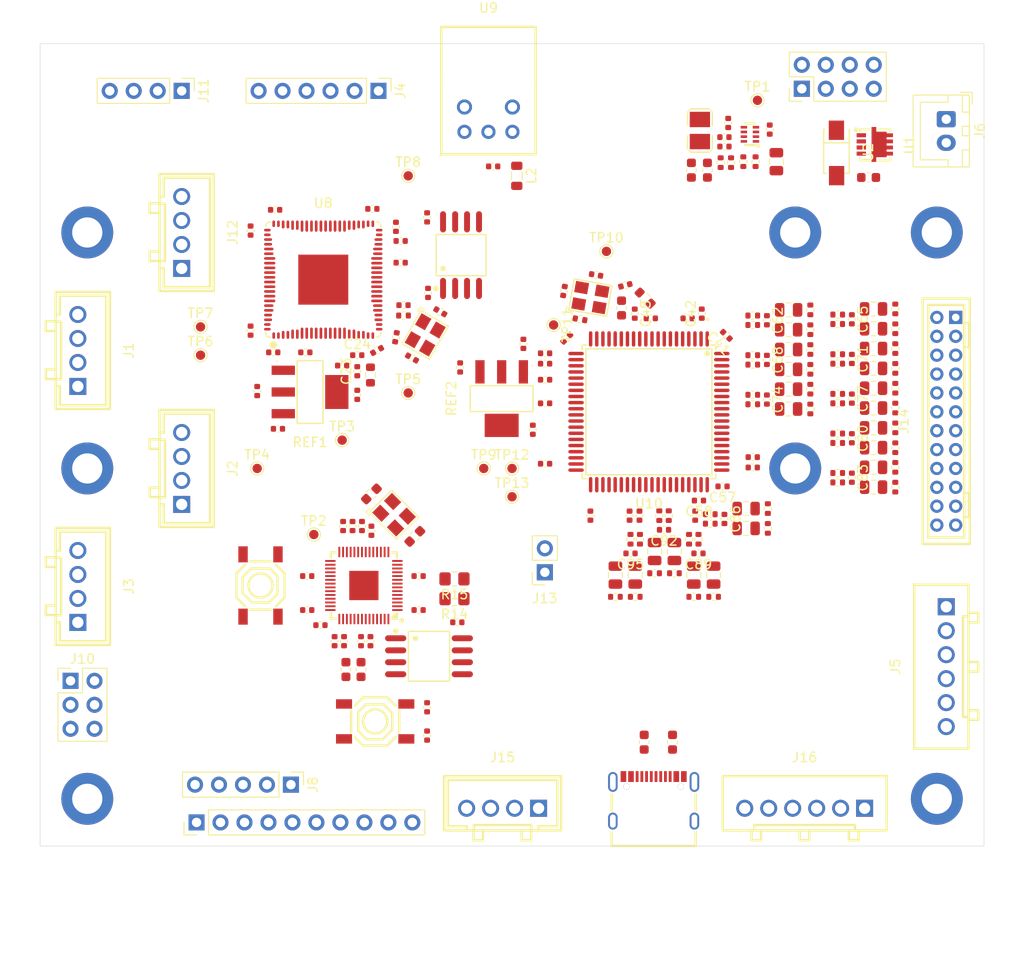
<source format=kicad_pcb>
(kicad_pcb (version 20240108) (generator "pcbnew") (generator_version "8.0")
  (layers (0 "F.Cu" signal) (1 "In1.Cu" signal) (2 "In2.Cu" signal) (31 "B.Cu" signal) (34 "B.Paste" user) (35 "F.Paste" user) (36 "B.SilkS" user "B.Silkscreen") (37 "F.SilkS" user "F.Silkscreen") (38 "B.Mask" user) (39 "F.Mask" user) (44 "Edge.Cuts" user))
  (net 0 "")
  (net 1 "+24V")
  (net 2 "GND")
  (net 3 "Net-(U3-SS)")
  (net 4 "Net-(U3-BST)")
  (net 5 "Net-(U3-SW)")
  (net 6 "Net-(U3-FB)")
  (net 7 "+3V3")
  (net 8 "Net-(U6-XIN)")
  (net 9 "Net-(C11-Pad2)")
  (net 10 "Net-(U6-VREG_VOUT)")
  (net 11 "+1V2")
  (net 12 "Net-(C23-Pad1)")
  (net 13 "Net-(U8-PLLFILT)")
  (net 14 "Net-(U8-XTALIN{slash}MCLK)")
  (net 15 "Net-(U9-VCC)")
  (net 16 "Net-(C26-Pad1)")
  (net 17 "/ADAU1962A/DAC_BIAS3")
  (net 18 "/ADAU1962A/DAC_BIAS4")
  (net 19 "/ADAU1962A/DAC3P")
  (net 20 "/ADAU1962A/XTALI")
  (net 21 "/ADAU1962A/DAC3N")
  (net 22 "Net-(C44-Pad1)")
  (net 23 "/ADAU1962A/DAC2P")
  (net 24 "/ADAU1962A/LF")
  (net 25 "Net-(C45-Pad1)")
  (net 26 "Net-(SW1-C)")
  (net 27 "+2V5")
  (net 28 "/ADAU1962A/TS_REF")
  (net 29 "Net-(SW1-A)")
  (net 30 "Net-(SW2-A)")
  (net 31 "/RP2040/RPUSB_D+")
  (net 32 "/RP2040/USB_D+")
  (net 33 "/RP2040/RPUSB_D-")
  (net 34 "/RP2040/USB_D-")
  (net 35 "/ADAU1962A/DAC_BIAS2")
  (net 36 "/ADAU1467/PCM9211_SDATA")
  (net 37 "/ADAU1467/PCM9211_LRCLK")
  (net 38 "/ADAU1962A/DAC_BIAS1")
  (net 39 "Net-(REF1-B)")
  (net 40 "/ADAU1962A/CM")
  (net 41 "Net-(C62-Pad2)")
  (net 42 "Net-(C62-Pad1)")
  (net 43 "/ADAU1962A/DAC_Filter/OUTPUTxP")
  (net 44 "/ADAU1962A/DAC_Filter/OUTPUTxN")
  (net 45 "Net-(C65-Pad1)")
  (net 46 "Net-(C65-Pad2)")
  (net 47 "/ADAU1962A/DAC_Filter1/OUTPUTxP")
  (net 48 "/ADAU1962A/DAC_Filter1/OUTPUTxN")
  (net 49 "Net-(C68-Pad1)")
  (net 50 "/ADAU1467/PCM9211_BLCK")
  (net 51 "Net-(C68-Pad2)")
  (net 52 "/ADAU1467/PCM1865_LRCLK")
  (net 53 "/ADAU1962A/DAC_Filter2/OUTPUTxP")
  (net 54 "/ADAU1962A/DAC_Filter2/OUTPUTxN")
  (net 55 "/RP2040/GPIO20_UART_TX")
  (net 56 "Net-(C71-Pad1)")
  (net 57 "Net-(C71-Pad2)")
  (net 58 "/ADAU1467/PCM1865_BLCK")
  (net 59 "/ADAU1467/PCM1865_SDATA")
  (net 60 "/ADAU1962A/DAC_Filter3/OUTPUTxP")
  (net 61 "/ADAU1467/ADDITIONAL_LRCLK")
  (net 62 "/ADAU1962A/DAC_Filter3/OUTPUTxN")
  (net 63 "/ADAU1467/ADDITIONAL_BLCK")
  (net 64 "/ADAU1467/ADDITIONAL_SDATA")
  (net 65 "Net-(C74-Pad1)")
  (net 66 "Net-(C74-Pad2)")
  (net 67 "/ADAU1962A/DAC_Filter4/OUTPUTxP")
  (net 68 "/RP2040/GPIO21_UART_RX")
  (net 69 "/ADAU1467/DAC_DATA1")
  (net 70 "/ADAU1962A/DAC2N")
  (net 71 "/ADAU1962A/DAC1P")
  (net 72 "/ADAU1962A/DAC_Filter4/OUTPUTxN")
  (net 73 "Net-(C77-Pad2)")
  (net 74 "Net-(C77-Pad1)")
  (net 75 "/ADAU1962A/DAC_Filter5/OUTPUTxP")
  (net 76 "/ADAU1962A/DAC_Filter5/OUTPUTxN")
  (net 77 "Net-(C80-Pad2)")
  (net 78 "/ADAU1467/DAC_LRCLK")
  (net 79 "Net-(C80-Pad1)")
  (net 80 "/ADAU1467/DAC_DATA2")
  (net 81 "/ADAU1467/DAC_DATA0")
  (net 82 "/ADAU1962A/DAC_Filter6/OUTPUTxP")
  (net 83 "/ADAU1962A/DAC_Filter6/OUTPUTxN")
  (net 84 "/ADAU1962A/DAC1N")
  (net 85 "/ADAU1467/DAC_BLCK")
  (net 86 "/ADAU1467/AUXADC1")
  (net 87 "Net-(C83-Pad2)")
  (net 88 "Net-(C83-Pad1)")
  (net 89 "/ADAU1962A/DAC_Filter7/OUTPUTxP")
  (net 90 "/ADAU1467/AUXADC0")
  (net 91 "/ADAU1962A/DAC_Filter7/OUTPUTxN")
  (net 92 "Net-(C86-Pad1)")
  (net 93 "Net-(J8-Pin_3)")
  (net 94 "/ADAU1962A_RESET")
  (net 95 "/PCM9211_RST")
  (net 96 "Net-(C86-Pad2)")
  (net 97 "/ADAU1962A/DAC_Filter8/OUTPUTxP")
  (net 98 "/ADAU1962A/DAC_Filter8/OUTPUTxN")
  (net 99 "Net-(C89-Pad1)")
  (net 100 "/SCL")
  (net 101 "/SDA")
  (net 102 "Net-(C89-Pad2)")
  (net 103 "Net-(J6-Pin_2)")
  (net 104 "Net-(J9-Pin_1)")
  (net 105 "/FAULTZA")
  (net 106 "/SDZA")
  (net 107 "/SDZB")
  (net 108 "Net-(J9-Pin_7)")
  (net 109 "Net-(C92-Pad1)")
  (net 110 "/MUTEA")
  (net 111 "Net-(C92-Pad2)")
  (net 112 "/MUTEB")
  (net 113 "/FAULTZB")
  (net 114 "Net-(J9-Pin_6)")
  (net 116 "/ADAU1467/SPI_SS")
  (net 117 "Net-(C95-Pad1)")
  (net 118 "/ADAU1467_RESET")
  (net 119 "/ADAU1467/SPI_MOSI")
  (net 120 "Net-(C95-Pad2)")
  (net 121 "/ADAU1467/SPI_MISO")
  (net 123 "Net-(J9-Pin_2)")
  (net 124 "Net-(J9-Pin_5)")
  (net 125 "Net-(J9-Pin_3)")
  (net 126 "/ADAU1467/SPI_SCLK")
  (net 127 "Net-(J9-Pin_8)")
  (net 128 "Net-(J8-Pin_2)")
  (net 129 "Net-(J9-Pin_4)")
  (net 130 "Net-(U3-RT)")
  (net 131 "Net-(U1-G)")
  (net 132 "/ADAU1467/ADDR1")
  (net 133 "Net-(U4-CC2)")
  (net 134 "Net-(U4-CC1)")
  (net 135 "Net-(U6-XOUT)")
  (net 136 "Net-(U8-XTALOUT)")
  (net 137 "Net-(U8-SELFBOOT)")
  (net 138 "Net-(U3-EN)")
  (net 139 "Net-(R3-Pad2)")
  (net 140 "Net-(U8-AUXADC2)")
  (net 141 "Net-(U8-CLKOUT)")
  (net 142 "Net-(U8-THD_P)")
  (net 143 "Net-(U8-THD_M)")
  (net 144 "Net-(U10-MCLKO)")
  (net 145 "/ADAU1962A/VDRIVE")
  (net 146 "/ADAU1962A/XTALO")
  (net 147 "/ADAU1467/ADDR0")
  (net 148 "/ADAU1962A/DAC_Filter/DACxP")
  (net 149 "/ADAU1962A/DAC_Filter/DACxN")
  (net 150 "/ADAU1962A/DAC_Filter1/DACxP")
  (net 151 "/ADAU1962A/DAC_Filter1/DACxN")
  (net 152 "/ADAU1962A/DAC_Filter2/DACxP")
  (net 153 "/ADAU1962A/DAC_Filter2/DACxN")
  (net 154 "/ADAU1962A/DAC_Filter3/DACxP")
  (net 155 "/ADAU1962A/DAC_Filter3/DACxN")
  (net 156 "/ADAU1962A/DAC_Filter4/DACxP")
  (net 157 "/ADAU1962A/DAC_Filter4/DACxN")
  (net 158 "/ADAU1962A/DAC_Filter5/DACxP")
  (net 159 "/ADAU1962A/DAC_Filter5/DACxN")
  (net 160 "/ADAU1962A/DAC_Filter6/DACxP")
  (net 161 "/ADAU1962A/DAC_Filter6/DACxN")
  (net 162 "/ADAU1962A/DAC_Filter7/DACxP")
  (net 163 "/ADAU1962A/DAC_Filter7/DACxN")
  (net 164 "/ADAU1962A/DAC_Filter8/DACxP")
  (net 165 "/ADAU1962A/DAC_Filter8/DACxN")
  (net 166 "/ADAU1962A/DAC_Filter9/DACxP")
  (net 167 "/ADAU1962A/DAC_Filter9/DACxN")
  (net 168 "/ADAU1962A/DAC_Filter10/DACxP")
  (net 169 "/ADAU1962A/DAC_Filter10/DACxN")
  (net 170 "/ADAU1962A/DAC_Filter11/DACxP")
  (net 171 "/ADAU1962A/DAC_Filter11/DACxN")
  (net 172 "/ADAU1467/SPDIFIN")
  (net 173 "Net-(U10-SA1)")
  (net 174 "Net-(U10-SA2)")
  (net 179 "Net-(U5-IO3)")
  (net 180 "Net-(U5-IO2)")
  (net 181 "Net-(U5-DO(IO1))")
  (net 182 "Net-(U5-DI(IO0))")
  (net 183 "Net-(U5-CLK)")
  (net 197 "Net-(J12-Pin_2)")
  (net 200 "Net-(J11-Pin_3)")
  (net 203 "Net-(J11-Pin_1)")
  (net 205 "Net-(J11-Pin_4)")
  (net 211 "Net-(J12-Pin_4)")
  (net 215 "Net-(J11-Pin_2)")
  (net 222 "Net-(J12-Pin_3)")
  (net 224 "/ADAU1962A/ADDR1")
  (net 239 "/ADAU1962A/ADDR0")
  (footprint "Endstufe:C_0402_1005Metric" (layer "F.Cu") (at 92.3 100.4 90)
    (property "Reference" "C30" (hide yes))
    (property "Value" "10uF")
  )
  (footprint "Endstufe:C_0402_1005Metric" (layer "F.Cu") (at 92.3 89.8 -90)
    (property "Reference" "C38" (hide yes))
    (property "Value" "10uF")
  )
  (footprint "Endstufe:C_0402_1005Metric" (layer "F.Cu") (at 123.5 102.8)
    (property "Reference" "C52" (hide yes))
    (property "Value" "10uF")
  )
  (footprint "Endstufe:C_0805_2012Metric" (layer "F.Cu") (at 133.050001 126.3 90)
    (property "Reference" "C97" (hide yes))
    (property "Value" "10uF")
  )
  (footprint "Endstufe:C_0402_1005Metric" (layer "F.Cu") (at 104 133.3 90)
    (property "Reference" "C14" (hide yes))
    (property "Value" "10uF")
  )
  (footprint "Endstufe:C_0603_1608Metric" (layer "F.Cu") (at 105.1 117.7 -135)
    (property "Reference" "C11" (hide yes))
    (property "Value" "30pF")
  )
  (footprint "Endstufe:R_0402_1005Metric" (layer "F.Cu") (at 154.5 116.48)
    (property "Reference" "R54" (hide yes))
    (property "Value" "237")
  )
  (footprint "Endstufe:C_0402_1005Metric" (layer "F.Cu") (at 139.4 120 90)
    (property "Reference" "C47" (hide yes))
    (property "Value" "10uF")
  )
  (footprint "Capacitor_SMD:C_0402_1005Metric" (layer "F.Cu") (at 132.550001 124 180)
    (property "Reference" "C95")
    (property "Value" "2.7nF")
  )
  (footprint "Endstufe:C_0402_1005Metric" (layer "F.Cu") (at 133.5 120 90)
    (property "Reference" "C60" (hide yes))
    (property "Value" "10uF")
  )
  (footprint "Endstufe:CONN-TH_ZPLR135-T8" (layer "F.Cu") (at 117.5 78.02502)
    (property "Reference" "U9")
    (property "Value" "ZPLR135_T8")
  )
  (footprint "Endstufe:CONN-TH_B4B-XH-2-LF-SN" (layer "F.Cu") (at 85 115 -90)
    (property "Reference" "J2")
    (property "Value" "B4B-XH-2_(LF)(SN)")
  )
  (footprint "Endstufe:C_0805_2012Metric" (layer "F.Cu") (at 158.3 112.799999)
    (property "Reference" "C81" (hide yes))
    (property "Value" "10uF")
  )
  (footprint "Capacitor_SMD:C_0402_1005Metric" (layer "F.Cu") (at 103.6 103)
    (property "Reference" "C24")
    (property "Value" "150pF")
  )
  (footprint "Capacitor_SMD:C_0402_1005Metric" (layer "F.Cu") (at 136.099999 121.5 180)
    (property "Reference" "C92")
    (property "Value" "2.7nF")
  )
  (footprint "Endstufe:MountingHole_3.2mm_M3_ISO14580_Pad" (layer "F.Cu") (at 150 115)
    (property "Reference" "H4" (hide yes))
    (property "Value" "MountingHole_Pad")
  )
  (footprint "Endstufe:C_0402_1005Metric" (layer "F.Cu") (at 111 88.4 -90)
    (property "Reference" "C22" (hide yes))
    (property "Value" "10uF")
  )
  (footprint "Endstufe:R_0402_1005Metric" (layer "F.Cu") (at 151.6 104.5 90)
    (property "Reference" "R36" (hide yes))
    (property "Value" "49.9k")
  )
  (footprint "Capacitor_SMD:C_0402_1005Metric" (layer "F.Cu") (at 156 115.98 -90)
    (property "Reference" "C83")
    (property "Value" "2.7nF")
  )
  (footprint "Endstufe:R_0402_1005Metric" (layer "F.Cu") (at 141 119.850001)
    (property "Reference" "R59" (hide yes))
    (property "Value" "237")
  )
  (footprint "Endstufe:C_0402_1005Metric" (layer "F.Cu") (at 112.4 98.4 -30)
    (property "Reference" "C26" (hide yes))
    (property "Value" "30pF")
  )
  (footprint "Endstufe:C_0805_2012Metric" (layer "F.Cu") (at 149.3 104.5)
    (property "Reference" "C69" (hide yes))
    (property "Value" "10uF")
  )
  (footprint "Endstufe:C_0805_2012Metric" (layer "F.Cu") (at 158.3 114.879999 180)
    (property "Reference" "C85" (hide yes))
    (property "Value" "10uF")
  )
  (footprint "Endstufe:MountingHole_3.2mm_M3_ISO14580_Pad" (layer "F.Cu") (at 75 150)
    (property "Reference" "H7" (hide yes))
    (property "Value" "MountingHole_Pad")
  )
  (footprint "Endstufe:C_0402_1005Metric" (layer "F.Cu") (at 98.3 130)
    (property "Reference" "C20" (hide yes))
    (property "Value" "10uF")
  )
  (footprint "Endstufe:SOT-583-8_L2.1-W1.2-P0.50-LS1.6-BR" (layer "F.Cu") (at 145.2 79.6)
    (property "Reference" "U3" (hide yes))
    (property "Value" "TPS62933")
  )
  (footprint "Endstufe:C_0402_1005Metric" (layer "F.Cu") (at 98.3 126.4)
    (property "Reference" "C13" (hide yes))
    (property "Value" "10uF")
  )
  (footprint "TestPoint:TestPoint_Pad_D1.0mm" (layer "F.Cu") (at 120 118)
    (property "Reference" "TP13")
    (property "Value" "TestPoint")
  )
  (footprint "Endstufe:C_0402_1005Metric" (layer "F.Cu") (at 118 83)
    (property "Reference" "C35" (hide yes))
    (property "Value" "100nF")
  )
  (footprint "Endstufe:C_0402_1005Metric" (layer "F.Cu") (at 142.5 79.9 180)
    (property "Reference" "C3" (hide yes))
    (property "Value" "33nF")
  )
  (footprint "Endstufe:C_0805_2012Metric" (layer "F.Cu") (at 144.8 121.35)
    (property "Reference" "C87" (hide yes))
    (property "Value" "10uF")
  )
  (footprint "Endstufe:C_0402_1005Metric" (layer "F.Cu") (at 128.9 94.5 -10)
    (property "Reference" "C43" (hide yes))
    (property "Value" "30pF")
  )
  (footprint "Capacitor_SMD:C_0402_1005Metric" (layer "F.Cu") (at 133 98.6 -90)
    (property "Reference" "C45")
    (property "Value" "5.6nF")
  )
  (footprint "Endstufe:R_0402_1005Metric" (layer "F.Cu") (at 160.6 104.4 90)
    (property "Reference" "R40" (hide yes))
    (property "Value" "49.9k")
  )
  (footprint "Endstufe:R_0402_1005Metric" (layer "F.Cu") (at 154.5 99.7)
    (property "Reference" "R30" (hide yes))
    (property "Value" "237")
  )
  (footprint "Endstufe:R_0402_1005Metric" (layer "F.Cu") (at 160.6 108.6 90)
    (property "Reference" "R48" (hide yes))
    (property "Value" "49.9k")
  )
  (footprint "Endstufe:C_0402_1005Metric" (layer "F.Cu") (at 107.7 101.1 80)
    (property "Reference" "C34" (hide yes))
    (property "Value" "10uF")
  )
  (footprint "Endstufe:C_0402_1005Metric" (layer "F.Cu") (at 102.2 133.3 90)
    (property "Reference" "C19" (hide yes))
    (property "Value" "10uF")
  )
  (footprint "Endstufe:C_0402_1005Metric" (layer "F.Cu") (at 108.2 90.9 180)
    (property "Reference" "R21" (hide yes))
    (property "Value" "10k")
  )
  (footprint "Endstufe:C_0805_2012Metric" (layer "F.Cu") (at 149.3 108.7)
    (property "Reference" "C75" (hide yes))
    (property "Value" "10uF")
  )
  (footprint "Endstufe:C_0402_1005Metric" (layer "F.Cu") (at 105.2 87.5 180)
    (property "Reference" "C27" (hide yes))
    (property "Value" "10uF")
  )
  (footprint "Endstufe:R_0402_1005Metric" (layer "F.Cu") (at 151.6 100.3 90)
    (property "Reference" "R28" (hide yes))
    (property "Value" "49.9k")
  )
  (footprint "Endstufe:C_0603_1608Metric" (layer "F.Cu") (at 134 144 -90)
    (property "Reference" "R8" (hide yes))
    (property "Value" "5.1k")
  )
  (footprint "Endstufe:C_0402_1005Metric" (layer "F.Cu") (at 102 104.1)
    (property "Reference" "C29" (hide yes))
    (property "Value" "10uF")
  )
  (footprint "Capacitor_SMD:C_0402_1005Metric" (layer "F.Cu") (at 142.5 120.350001 -90)
    (property "Reference" "C86")
    (property "Value" "2.7nF")
  )
  (footprint "Endstufe:USB-C-SMD_TYPE-C16PIN" (layer "F.Cu") (at 135 150)
    (property "Reference" "U4" (hide yes))
    (property "Value" "TYPE-C 16PFS 2JCB1.2-H6.5 IPX8")
  )
  (footprint "Endstufe:R_0402_1005Metric" (layer "F.Cu") (at 154.5 111.3)
    (property "Reference" "R51" (hide yes))
    (property "Value" "237")
  )
  (footprint "Endstufe:C_0402_1005Metric" (layer "F.Cu") (at 108.5 97.7 180)
    (property "Reference" "R20" (hide yes))
    (property "Value" "10k")
  )
  (footprint "Endstufe:C_0805_2012Metric" (layer "F.Cu") (at 139.25 126.3 -90)
    (property "Reference" "C90" (hide yes))
    (property "Value" "10uF")
  )
  (footprint "Endstufe:R_0402_1005Metric" (layer "F.Cu") (at 145.5 104.000001)
    (property "Reference" "R34" (hide yes))
    (property "Value" "237")
  )
  (footprint "Endstufe:R_0402_1005Metric" (layer "F.Cu") (at 135.599999 120 -90)
    (property "Reference" "R66" (hide yes))
    (property "Value" "237")
  )
  (footprint "Endstufe:C_0603_1608Metric" (layer "F.Cu") (at 104 136.3 -90)
    (property "Reference" "R11" (hide yes))
    (property "Value" "27")
  )
  (footprint "Endstufe:LFCSP-88_L12.0-W12.0-P0.50-BL-EP5.3" (layer "F.Cu") (at 100 95)
    (property "Reference" "U8")
    (property "Value" "ADAU1467WBCPZ300")
  )
  (footprint "Endstufe:R_0402_1005Metric" (layer "F.Cu") (at 145.5 103.000001)
    (property "Reference" "R35" (hide yes))
    (property "Value" "237")
  )
  (footprint "Endstufe:R_0402_1005Metric" (layer "F.Cu") (at 160.6 110.699999 -90)
    (property "Reference" "R53" (hide yes))
    (property "Value" "49.9k")
  )
  (footprint "Endstufe:CONN-TH_24P-P2.00_B24B-PHDSS" (layer "F.Cu") (at 166 110 90)
    (property "Reference" "J14")
    (property "Value" "DAC all outputs")
  )
  (footprint "TestPoint:TestPoint_Pad_D1.0mm" (layer "F.Cu") (at 130 92)
    (property "Reference" "TP10")
    (property "Value" "TestPoint")
  )
  (footprint "Endstufe:C_0402_1005Metric" (layer "F.Cu") (at 94.7 102.7)
    (property "Reference" "C28" (hide yes))
    (property "Value" "10uF")
  )
  (footprint "Endstufe:R_0402_1005Metric" (layer "F.Cu") (at 147.1 121.35 90)
    (property "Reference" "R60" (hide yes))
    (property "Value" "49.9k")
  )
  (footprint "Endstufe:R_0402_1005Metric" (layer "F.Cu") (at 145.5 108.200001)
    (property "Reference" "R42" (hide yes))
    (property "Value" "237")
  )
  (footprint "Endstufe:CONN-TH_B6B-XH-2-LF-SN" (layer "F.Cu") (at 151 151)
    (property "Reference" "J16")
    (property "Value" "B6B-XH-2(LF)(SN)")
  )
  (footprint "Endstufe:C_0402_1005Metric" (layer "F.Cu") (at 105.1 121.6 -90)
    (property "Reference" "R13" (hide yes))
    (property "Value" "1k")
  )
  (footprint "Endstufe:R_0402_1005Metric" (layer "F.Cu") (at 154.5 103.9)
    (property "Reference" "R38" (hide yes))
    (property "Value" "237")
  )
  (footprint "Endstufe:SOT-223-4_L6.5-W3.5-P2.30-LS7.0-BR" (layer "F.Cu") (at 118.9 107.6 90)
    (property "Reference" "REF2")
    (property "Value" "FZT792ATA")
  )
  (footprint "Endstufe:C_0402_1005Metric" (layer "F.Cu") (at 102.1 121.1 90)
    (property "Reference" "R10" (hide yes))
    (property "Value" "10k")
  )
  (footprint "Endstufe:C_0402_1005Metric" (layer "F.Cu") (at 128.3 120 90)
    (property "Reference" "C56" (hide yes))
    (property "Value" "10uF")
  )
  (footprint "Endstufe:R_0402_1005Metric" (layer "F.Cu") (at 141.35 128.6 180)
    (property "Reference" "R65" (hide yes))
    (property "Value" "49.9k")
  )
  (footprint "Endstufe:C_0805_2012Metric" (layer "F.Cu") (at 149.3 102.4 180)
    (property "Reference" "C70" (hide yes))
    (property "Value" "10uF")
  )
  (footprint "Endstufe:C_0402_1005Metric" (layer "F.Cu") (at 125.5 96.2 80)
    (property "Reference" "C44" (hide yes))
    (property "Value" "30pF")
  )
  (footprint "TestPoint:TestPoint_Pad_D1.0mm" (layer "F.Cu") (at 102 112)
    (property "Reference" "TP3")
    (property "Value" "TestPoint")
  )
  (footprint "Endstufe:R_0402_1005Metric" (layer "F.Cu") (at 154.5 112.3)
    (property "Reference" "R50" (hide yes))
    (property "Value" "237")
  )
  (footprint "Capacitor_SMD:C_0402_1005Metric" (layer "F.Cu") (at 147 99.300001 -90)
    (property "Reference" "C62")
    (property "Value" "2.7nF")
  )
  (footprint "Endstufe:R_0402_1005Metric" (layer "F.Cu") (at 160.6 114.879999 -90)
    (property "Reference" "R57" (hide yes))
    (property "Value" "49.9k")
  )
  (footprint "Endstufe:C_0402_1005Metric" (layer "F.Cu") (at 114.2 131.3)
    (property "Reference" "C8" (hide yes))
    (property "Value" "10uF")
  )
  (footprint "Endstufe:R_0402_1005Metric" (layer "F.Cu") (at 132.55 122.5 -90)
    (property "Reference" "R70" (hide yes))
    (property "Value" "237")
  )
  (footprint "Endstufe:R_0402_1005Metric" (layer "F.Cu") (at 135.1 126.1)
    (property "Reference" "R68" (hide yes))
    (property "Value" "49.9k")
  )
  (footprint "Endstufe:CONN-TH_B4B-XH-2-LF-SN" (layer "F.Cu") (at 119 151)
    (property "Reference" "J15")
    (property "Value" "B4B-XH-2_(LF)(SN)")
  )
  (footprint "Endstufe:C_0805_2012Metric" (layer "F.Cu") (at 137.2 123.8 90)
    (property "Reference" "C94" (hide yes))
    (property "Value" "10uF")
  )
  (footprint "Endstufe:C_0402_1005Metric" (layer "F.Cu") (at 101.2 133.3 90)
    (property "Reference" "C21" (hide yes))
    (property "Value" "10uF")
  )
  (footprint "Endstufe:C_0402_1005Metric" (layer "F.Cu") (at 147.3 79.1 90)
    (property "Reference" "C2" (hide yes))
    (property "Value" "100nF")
  )
  (footprint "TestPoint:TestPoint_Pad_D1.0mm" (layer "F.Cu") (at 87 103)
    (property "Reference" "TP6")
    (property "Value" "TestPoint")
  )
  (footprint "TestPoint:TestPoint_Pad_D1.0mm" (layer "F.Cu") (at 109 107)
    (property "Reference" "TP5")
    (property "Value" "TestPoint")
  )
  (footprint "Capacitor_SMD:C_0402_1005Metric" (layer "F.Cu") (at 156 99.2 -90)
    (property "Reference" "C65")
    (property "Value" "2.7nF")
  )
  (footprint "Endstufe:MountingHole_3.2mm_M3_ISO14580_Pad" (layer "F.Cu") (at 165 150)
    (property "Reference" "H8" (hide yes))
    (property "Value" "MountingHole_Pad")
  )
  (footprint "Endstufe:R_0402_1005Metric" (layer "F.Cu") (at 130.950001 128.6)
    (property "Reference" "R72" (hide yes))
    (property "Value" "49.9k")
  )
  (footprint "Endstufe:C_0402_1005Metric" (layer "F.Cu") (at 142.9 78.4 90)
    (property "Reference" "C4" (hide yes))
    (property "Value" "100nF")
  )
  (footprint "Endstufe:C_0603_1608Metric" (layer "F.Cu") (at 109.7 122.2 45)
    (property "Reference" "C10" (hide yes))
    (property "Value" "30pF")
  )
  (footprint "Endstufe:R_0402_1005Metric" (layer "F.Cu") (at 145.5 99.800001)
    (property "Reference" "R26" (hide yes))
    (property "Value" "237")
  )
  (footprint "Capacitor_SMD:C_0402_1005Metric" (layer "F.Cu") (at 147 103.500001 -90)
    (property "Reference" "C68")
    (property "Value" "2.7nF")
  )
  (footprint "Endstufe:C_0805_2012Metric" (layer "F.Cu") (at 149.3 100.3)
    (property "Reference" "C63" (hide yes))
    (property "Value" "10uF")
  )
  (footprint "Endstufe:C_0402_1005Metric" (layer "F.Cu") (at 105.7 102.5 30)
    (property "Reference" "C33" (hide yes))
    (property "Value" "10uF")
  )
  (footprint "Endstufe:C_0402_1005Metric" (layer "F.Cu") (at 110.1 126.4 180)
    (property "Reference" "C16" (hide yes))
    (property "Value" "10uF")
  )
  (footprint "Endstufe:C_0805_2012Metric" (layer "F.Cu") (at 130.950001 126.3 -90)
    (property "Reference" "C96" (hide yes))
    (property "Value" "10uF")
  )
  (footprint "Endstufe:R_0402_1005Metric" (layer "F.Cu") (at 142.1 82.6 -90)
    (property "Reference" "R3" (hide yes))
    (property "Value" "30k 63mW")
  )
  (footprint "Endstufe:SW-SMD_4P-L5.1-W5.1-P3.70-LS6.5-TL-2" (layer "F.Cu") (at 105.5 141.8)
    (property "Reference" "SW1" (hide yes))
    (property "Value" "TS-1187A-B-A-B")
  )
  (footprint "Endstufe:OSC-SMD_4P-L3.2-W2.5-BL" (layer "F.Cu") (at 128.3 96.9 -10)
    (property "Reference" "Y3" (hide yes))
    (property "Value" "24.576Mhz")
  )
  (footprint "Endstufe:C_0402_1005Metric" (layer "F.Cu") (at 111 140.3 90)
    (property "Reference" "R9" (hide yes))
    (property "Value" "10k")
  )
  (footprint "Endstufe:R_0402_1005Metric" (layer "F.Cu") (at 154.5 115.48)
    (property "Reference" "R55" (hide yes))
    (property "Value" "237")
  )
  (footprint "Endstufe:OSC-SMD_4P-L3.2-W2.5-BL" (layer "F.Cu") (at 107.5 119.9 -45)
    (property "Reference" "Y1" (hide yes))
    (property "Value" "12Mhz")
  )
  (footprint "Endstufe:C_0402_1005Metric" (layer "F.Cu") (at 123.5 105.6)
    (property "Reference" "C55" (hide yes))
    (property "Value" "10uF")
  )
  (footprint "Endstufe:CONN-TH_B4B-XH-2-LF-SN" (layer "F.Cu") (at 74 102.5 -90)
    (property "Reference" "J1")
    (property "Value" "B4B-XH-2_(LF)(SN)")
  )
  (footprint "Endstufe:R_0402_1005Metric" (layer "F.Cu") (at 141 120.850001)
    (property "Reference" "R58" (hide yes))
    (property "Value" "237")
  )
  (footprint "Endstufe:C_0805_2012Metric" (layer "F.Cu") (at 158.3 106.5 180)
    (property "Reference" "C79" (hide yes))
    (property "Value" "10uF")
  )
  (footprint "Endstufe:C_0805_2012Metric" (layer "F.Cu") (at 158.3 98.099999 180)
    (property "Reference" "C67" (hide yes))
    (property "Value" "10uF")
  )
  (footprint "Endstufe:R_0402_1005Metric" (layer "F.Cu") (at 143.2 82.6 90)
    (property "Reference" "R4" (hide yes))
    (property "Value" "1.3k")
  )
  (footprint "Endstufe:C_0805_2012Metric" (layer "F.Cu") (at 144.8 119.25 180)
    (property "Reference" "C88" (hide yes))
    (property "Value" "10uF")
  )
  (footprint "Endstufe:C_0402_1005Metric" (layer "F.Cu") (at 93 106.8 90)
    (property "Reference" "R17" (hide yes))
    (property "Value" "1k")
  )
  (footprint "TestPoint:TestPoint_Pad_D1.0mm" (layer "F.Cu") (at 124.4 99.8 -90)
    (property "Reference" "TP11")
    (property "Value" "TestPoint")
  )
  (footprint "Capacitor_SMD:C_0402_1005Metric" (layer "F.Cu") (at 140.1 98.6 90)
    (property "Reference" "C42")
    (property "Value" "470nF")
  )
  (footprint "Endstufe:PinHeader_2x04_P2.54mm_Vertical" (layer "F.Cu") (at 150.7 74.775 90)
    (property "Reference" "J7" (hide yes))
    (property "Value" "DNP")
  )
  (footprint "Endstufe:R_0402_1005Metric" (layer "F.Cu") (at 160.6 112.799999 90)
    (property "Reference" "R52" (hide yes))
    (property "Value" "49.9k")
  )
  (footprint "Endstufe:C_0805_2012Metric" (layer "F.Cu") (at 158.3 104.4)
    (property "Reference" "C72" (hide yes))
    (property "Value" "10uF")
  )
  (footprint "Endstufe:CONN-TH_B4B-XH-2-LF-SN" (layer "F.Cu") (at 74 127.5 -90)
    (property "Reference" "J3")
    (property "Value" "B4B-XH-2_(LF)(SN)")
  )
  (footprint "Endstufe:C_0402_1005Metric" (layer "F.Cu") (at 125.8 101.2 45)
    (property "Reference" "C51" (hide yes))
    (property "Value" "10uF")
  )
  (footprint "Endstufe:POWERPAK-1212-8_L3.1-W3.1-P0.65-LS3.3-BL-SIS402DN-T1-GE3" (layer "F.Cu") (at 158.485928 80.674854 -90)
    (property "Reference" "U1")
    (property "Value" "NVTFWS014P04M8LTAG")
  )
  (footprint "Endstufe:C_0603_1608Metric" (layer "F.Cu") (at 140.7 83.4 -90)
    (property "Reference" "C7" (hide yes))
    (property "Value" "22uF")
  )
  (footprint "Endstufe:MountingHole_3.2mm_M3_ISO14580_Pad" (layer "F.Cu") (at 150 90)
    (property "Reference" "H2" (hide yes))
    (property "Value" "MountingHole_Pad")
  )
  (footprint "Endstufe:MountingHole_3.2mm_M3_ISO14580_Pad" (layer "F.Cu") (at 75 115)
    (property "Reference" "H3" (hide yes))
    (property "Value" "MountingHole_Pad")
  )
  (footprint "Endstufe:C_0402_1005Metric" (layer "F.Cu") (at 123.5 114.5)
    (property "Reference" "C50" (hide yes))
    (property "Value" "10uF")
  )
  (footprint "Endstufe:C_0402_1005Metric" (layer "F.Cu") (at 108.2 93.2 180)
    (property "Reference" "C36" (hide yes))
    (property "Value" "10uF")
  )
  (footprint "Connector_PinHeader_2.54mm:PinHeader_2x03_P2.54mm_Vertical" (layer "F.Cu") (at 73.225 137.5)
    (property "Reference" "J10")
    (property "Value" "DNP")
  )
  (footprint "Endstufe:CONN-TH_B6B-XH-2-LF-SN" (layer "F.Cu") (at 166 136 90)
    (property "Reference" "J5")
    (property "Value" "B6B-XH-2(LF)(SN)")
  )
  (footprint "Endstufe:C_0402_1005Metric" (layer "F.Cu") (at 111 143.3 -90)
    (property "Reference" "R6" (hide yes))
    (property "Value" "1k")
  )
  (footprint "Endstufe:LQFN-56_L7.0-W7.0-P0.4-EP" (layer "F.Cu") (at 104.3 127.4 180)
    (property "Reference" "U6" (hide yes))
    (property "Value" "RP2040")
  )
  (footprint "Endstufe:C_0805_2012Metric" (layer "F.Cu") (at 141.35 126.3 90)
    (property "Reference" "C91" (hide yes))
    (property "Value" "10uF")
  )
  (footprint "Endstufe:R_0402_1005Metric" (layer "F.Cu") (at 151.6 102.4 -90)
    (property "Reference" "R37" (hide yes))
    (property "Value" "49.9k")
  )
  (footprint "Endstufe:C_0402_1005Metric" (layer "F.Cu") (at 122.2 110.9 90)
    (property "Reference" "C98" (hide yes))
    (property "Value" "10uF")
  )
  (footprint "Endstufe:R_0402_1005Metric" (layer "F.Cu") (at 137.2 126.1 180)
    (property "Reference" "R69" (hide yes))
    (property "Value" "49.9k")
  )
  (footprint "Endstufe:R_0402_1005Metric" (layer "F.Cu") (at 160.6 98.099999 -90)
    (property "Reference" "R33" (hide yes))
    (property "Value" "49.9k")
  )
  (footprint "Endstufe:SMA_L4.3-W2.6-LS5.0-RD" (layer "F.Cu") (at 154.372288 81.574752 -90)
    (property "Reference" "U2")
    (property "Value" "1SMA5927A")
  )
  (footprint "Endstufe:R_0402_1005Metric" (layer "F.Cu") (at 147.1 119.25 -90)
    (property "Reference" "R61" (hide yes))
    (property "Value" "49.9k")
  )
  (footprint "Connector_PinHeader_2.54mm:PinHeader_1x05_P2.54mm_Vertical" (layer "F.Cu") (at 96.575 148.5 -90)
    (property "Reference" "J8")
    (property "Value" "DNP")
  )
  (footprint "Endstufe:C_0402_1005Metric" (layer "F.Cu") (at 99.7 131.6)
    (property "Reference" "C18" (hide yes))
    (property "Value" "10uF")
  )
  (footprint "Endstufe:R_0402_1005Metric" (layer "F.Cu") (at 160.6 106.5 -90)
    (property "Reference" "R49" (hide yes))
    (property "Value" "49.9k")
  )
  (footprint "Endstufe:SOT-223-4_L6.5-W3.5-P2.30-LS7.0-BR" (layer "F.Cu") (at 98.6 106.9 180)
    (property "Reference" "REF1")
    (property "Value" "FZT792ATA")
  )
  (footprint "Endstufe:OSC-SMD_4P-L3.2-W2.5-BL" (layer "F.Cu") (at 110.8 100.8506 -120)
    (property "Reference" "Y2" (hide yes))
    (property "Value" "24.576Mhz")
  )
  (footprint "Endstufe:C_0805_2012Metric" (layer "F.Cu") (at 135.1 123.8 -90)
    (property "Reference" "C93" (hide yes))
    (property "Value" "10uF")
  )
  (footprint "Capacitor_SMD:C_0402_1005Metric" (layer "F.Cu") (at 142.3 116.9 180)
    (property "Reference" "C57")
    (property "Value" "470nF")
  )
  (footprint "Endstufe:C_0402_1005Metric" (layer "F.Cu") (at 111.1 96.4 90)
    (property "Reference" "R16" (hide yes))
    (property "Value" "10k")
  )
  (footprint "Endstufe:C_0402_1005Metric" (layer "F.Cu") (at 105 133.3 90)
    (property "Reference" "C15" (hide yes))
    (property "Value" "10uF")
  )
  (footprint "Endstufe:C_0402_1005Metric" (layer "F.Cu") (at 94.9 87.6)
    (property "Reference" "C39" (hide yes))
    (property "Value" "10uF")
  )
  (footprint "Endstufe:C_0402_1005Metric" (layer "F.Cu") (at 138.6 99.1)
    (property "Reference" "C48" (hide yes))
    (property "Value" "10uF")
  )
  (footprint "Endstufe:MountingHole_3.2mm_M3_ISO14580_Pad" (layer "F.Cu") (at 75 90)
    (property "Reference" "H1" (hide yes))
    (property "Value" "MountingHole_Pad")
  )
  (footprint "Capacitor_SMD:C_0402_1005Metric" (layer "F.Cu") (at 156 111.8 -90)
    (property "Reference" "C80")
    (property "Value" "2.7nF")
  )
  (footprint "Endstufe:C_0402_1005Metric" (layer "F.Cu") (at 98.1 102.7)
    (property "Reference" "C31" (hide yes))
    (property "Value" "10uF")
  )
  (footprint "Endstufe:C_0402_1005Metric" (layer "F.Cu") (at 104.1 121.1 -90)
    (property "Reference" "C9" (hide yes))
    (property "Value" "10uF")
  )
  (footprint "Endstufe:R_0402_1005Metric" (layer "F.Cu") (at 154.5 102.9)
    (property "Reference" "R39" (hide yes))
    (property "Value" "237")
  )
  (footprint "Endstufe:C_0402_1005Metric" (layer "F.Cu") (at 132.45 120 -90)
    (property "Reference" "R25" (hide yes))
    (property "Value" "10k")
  )
  (footprint "Capacitor_SMD:C_0402_1005Metric" (layer "F.Cu") (at 156 107.600001 -90)
    (property "Reference" "C77")
    (property "Value" "2.7nF")
  )
  (footprint "Connector_PinHeader_2.54mm:PinHeader_1x04_P2.54mm_Vertical" (layer "F.Cu") (at 85 75 -90)
    (property "Reference" "J11")
    (property "Value" "DNP")
  )
  (footprint "Endstufe:C_0805_2012Metric" (layer "F.Cu") (at 158.3 102.3 180)
    (property "Reference" "C73" (hide yes))
    (property "Value" "10uF")
  )
  (footprint "Connector_PinSocket_2.54mm:PinSocket_1x02_P2.54mm_Vertical" (layer "F.Cu") (at 123.475 126 180)
    (property "Reference" "J13")
    (property "Value" "DNP")
  )
  (footprint "Endstufe:C_0805_2012Metric" (layer "F.Cu") (at 148 82.5 -90)
    (property "Reference" "C1" (hide yes))
    (property "Value" "10uF")
  )
  (footprint "Capacitor_SMD:C_0402_1005Metric" (layer "F.Cu") (at 147 107.700001 -90)
    (property "Reference" "C74")
    (property "Value" "2.7nF")
  )
  (footprint "Endstufe:R_0402_1005Metric" (layer "F.Cu") (at 145.8 82.5 -90)
    (property "Reference" "R1" (hide yes))
    (property "Value" "15k 100mW")
  )
  (footprint "Endstufe:C_0603_1608Metric" (layer "F.Cu") (at 139 83.4 -90)
    (property "Reference" "C6" (hide yes))
    (property "Value" "22uF")
  )
  (footprint "Endstufe:C_0402_1005Metric" (layer "F.Cu") (at 109.4 103.3 -30)
    (property "Reference" "C25" (hide yes))
    (property "Value" "30pF")
  )
  (footprint "TestPoint:TestPoint_Pad_D1.0mm" (layer "F.Cu") (at 109 84)
    (property "Reference" "TP8")
    (property "Value" "TestPoint")
  )
  (footprint "Endstufe:C_0805_2012Metric" (layer "F.Cu") (at 158.3 116.979999)
    (property "Reference" "C84" (hide yes))
    (property "Value" "10uF")
  )
  (footprint "Endstufe:C_0402_1005Metric" (layer "F.Cu") (at 107.7 89.4 -90)
    (property "Reference" "C37" (hide yes))
    (property "Value" "10uF")
  )
  (footprint "Endstufe:SW-SMD_4P-L5.1-W5.1-P3.70-LS6.5-TL-2" (layer "F.Cu") (at 93.35 127.4 -90)
    (property "Reference" "SW2" (hide yes))
    (property "Value" "TS-1187A-B-A-B")
  )
  (footprint "TestPoint:TestPoint_Pad_D1.0mm" (layer "F.Cu") (at 87 100)
    (property "Reference" "TP7")
    (property "Value" "TestPoint")
  )
  (footprint "Resistor_SMD:R_0805_2012Metric_Pad1.20x1.40mm_HandSolder" (layer "F.Cu") (at 113.9 126.7 180)
    (property "Reference" "R15")
    (property "Value" "2k2")
  )
  (footprint "Endstufe:R_0402_1005Metric" (layer "F.Cu") (at 127.2 99.2 170)
    (property "Reference" "R24" (hide yes))
    (property "Value" "100")
  )
  (footprint "Endstufe:R_0402_1005Metric" (layer "F.Cu") (at 108.5 98.8)
    (property "Reference" "R19" (hide yes))
    (property "Value" "100")
  )
  (footprint "Endstufe:R_0402_1005Metric" (layer "F.Cu") (at 151.6 106.6 -90)
    (property "Reference" "R45" (hide yes))
    (property "Value" "49.9k")
  )
  (footprint "Capacitor_SMD:C_0402_1005Metric" (layer "F.Cu") (at 139.75 124 180)
    (property "Reference" "C89")
    (property "Value" "2.7nF")
  )
  (footprint "TestPoint:TestPoint_Pad_D1.0mm" (layer "F.Cu") (at 93 115)
    (property "Reference" "TP4")
    (property "Value" "TestPoint")
  )
  (footprint "Endstufe:R_0402_1005Metric" (layer "F.Cu") (at 133.55 122.5 -90)
    (property "Reference" "R71" (hide yes))
    (property "Value" "237")
  )
  (footprint "Endstufe:R_0402_1005Metric" (layer "F.Cu") (at 151.6 108.7 90)
    (property "Reference" "R44" (hide yes))
    (property "Value" "49.9k")
  )
  (footprint "Capacitor_SMD:C_0402_1005Metric" (layer "F.Cu") (at 142.7 100.9 135)
    (property "Reference" "C41")
    (property "Value" "470nF")
  )
  (footprint "Endstufe:SOIC-8_L5.3-W5.3-P1.27-LS8.0-BL" (layer "F.Cu") (at 114.6 92.4)
    (property "Reference" "U7" (hide yes))
    (property "Value" "W25Q128JVS")
  )
  (footprint "Endstufe:C_0402_1005Metric" (layer "F.Cu") (at 145.5 114.9)
    (property "Reference" "C59" (hide yes))
    (property "Value" "10uF")
  )
  (footprint "Endstufe:SOIC-8_L5.3-W5.3-P1.27-LS8.0-BL" (layer "F.Cu") (at 111.2 134.9 -90)
    (property "Reference" "U5" (hide yes))
    (property "Value" "W25Q128JVS")
  )
  (footprint "Endstufe:C_0603_1608Metric" (layer "F.Cu") (at 131.6 98 -90)
    (property "Reference" "C40" (hide yes))
    (property "Value" "390pF")
  )
  (footprint "Endstufe:C_0402_1005Metric" (layer "F.Cu") (at 123.5 103.9)
    (property "Reference" "C49" (hide yes))
    (property "Value" "10uF")
  )
  (footprint "Endstufe:CONN-TH_B4B-XH-2-LF-SN" (layer "F.Cu") (at 85 90 -90)
    (property "Reference" "J12")
    (property "Value" "DNP")
  )
  (footprint "Endstufe:R_0402_1005Metric" (layer "F.Cu") (at 139.25 128.6)
    (property "Reference" "R64" (hide yes))
    (property "Value" "49.9k")
  )
  (footprint "Capacitor_SMD:C_0402_1005Metric" (layer "F.Cu") (at 103.6 104.7 90)
    (property "Reference" "C23")
    (property "Value" "5.6nF")
  )
  (footprint "Endstufe:C_0402_1005Metric" (layer "F.Cu") (at 123.5 108.1)
    (property "Reference" "C61" (hide yes))
    (property "Value" "10uF")
  )
  (footprint "Inductor_SMD:L_0805_2012Metric" (layer "F.Cu") (at 120.5 84 -90)
    (property "Reference" "L2")
    (property "Value" "47uH")
  )
  (footprint "Capacitor_SMD:C_0402_1005Metric" (layer "F.Cu") (at 139.8 118.4 180)
    (property "Reference" "C58")
    (property "Value" "470nF")
  )
  (footprint "Endstufe:R_0603_1608Metric" (layer "F.Cu") (at 134.1 96.95 -45)
    (property "Reference" "R22" (hide yes))
    (property "Value" "562")
  )
  (footprint "Endstufe:R_0402_1005Metric" (layer "F.Cu") (at 139.749999 122.5 -90)
    (property "Reference" "R63" (hide yes))
    (property "Value" "237")
  )
  (footprint "Endstufe:C_0805_2012Metric" (layer "F.Cu") (at 149.3 98.2 180)
    (property "Reference" "C64" (hide yes))
    (property "Value" "10uF")
  )
  (footprint "Capacitor_SMD:C_0402_1005Metric" (layer "F.Cu") (at 156 103.4 -90)
    (property "Reference" "C71")
    (property "Value" "2.7nF")
  )
  (footprint "TestPoint:TestPoint_Pad_D1.0mm" (layer "F.Cu") (at 146 76)
    (property "Reference" "TP1")
    (property "Value" "TestPoint")
  )
  (footprint "Endstufe:C_0402_1005Metric" (layer "F.Cu") (at 95.2 110.8)
    (property "Reference" "C99" (hide yes))
    (property "Value" "10uF")
  )
  (footprint "Endstufe:R_0402_1005Metric" (layer "F.Cu") (at 151.6 98.2 -90)
    (property "Reference" "R29" (hide yes))
    (property "Value" "49.9k")
  )
  (footprint "Endstufe:R_0402_1005Metric" (layer "F.Cu") (at 145.5 98.800001)
    (property "Reference" "R27" (hide yes))
    (property "Value" "237")
  )
  (footprint "TestPoint:TestPoint_Pad_D1.0mm" (layer "F.Cu") (at 99 122)
    (property "Reference" "TP2")
    (property "Value" "TestPoint")
  )
  (footprint "Endstufe:R_0402_1005Metric" (layer "F.Cu") (at 144.5 82.5 -90)
    (property "Reference" "R5" (hide yes))
    (property "Value" "10k 63mW")
  )
  (footprint "Endstufe:C_0402_1005Metric" (layer "F.Cu") (at 114.5 104.3 -90)
    (property "Reference" "C100" (hide yes))
    (property "Value" "10uF")
  )
  (footprint "Endstufe:R_0603_1608Metric" (layer "F.Cu") (at 105 105.1 90)
    (property "Reference" "R18" (hide yes))
    (property "Value" "4k3")
  )
  (footprint "Endstufe:C_0402_1005Metric" (layer "F.Cu") (at 145.5 113.8)
    (property "Reference" "C54" (hide yes))
    (property "Value" "10uF")
  )
  (footprint "TestPoint:TestPoint_Pad_D1.0mm" (layer "F.Cu") (at 117 115)
    (property "Reference" "TP9")
    (property "Value" "TestPoint")
  )
  (footprint "Endstufe:L2520" (layer "F.Cu") (at 139.9 79.2 -90)
    (property "Reference" "L1" (hide yes))
    (property "Value" "2.2uH")
  )
  (footprint "Endstufe:C_0402_1005Metric" (layer "F.Cu") (at 134.7 99.1 180)
    (property "Reference" "C46" (hide yes))
    (property "Value" "10uF")
  )
  (footprint "Endstufe:C_0402_1005Metric" (layer "F.Cu") (at 103.1 121.1 -90)
    (property "Reference" "C17" (hide yes))
    (property "Value" "10uF")
  )
  (footprint "Endstufe:R_0402_1005Metric" (layer "F.Cu") (at 136.599999 120 -90)
    (property "Reference" "R67" (hide yes))
    (property "Value" "237")
  )
  (footprint "Endstufe:R_0402_1005Metric" (layer "F.Cu") (at 133.050001 128.6 180)
    (property "Reference" "R73" (hide yes))
    (property "Value" "49.9k")
  )
  (footprint "Endstufe:C_0805_2012Metric" (layer "F.Cu") (at 158.3 100.199999)
    (property "Reference" "C66" (hide yes))
    (property "Value" "10uF")
  )
  (footprint "Endstufe:C_0402_1005Metric" (layer "F.Cu") (at 110.1 130 180)
    (property "Reference" "C12" (hide yes))
    (property "Value" "10uF")
  )
  (footprint "Endstufe:C_0402_1005Metric" (layer "F.Cu") (at 103.6 107.2 90)
    (property "Reference" "C32" (hide yes))
    (property "Value" "10uF")
  )
  (footprint "TestPoint:TestPoint_Pad_D1.0mm" (layer "F.Cu") (at 120 115)
    (property "Reference" "TP12")
    (property "Value" "TestPoint")
  )
  (footprint "Endstufe:C_0603_1608Metric" (layer "F.Cu") (at 102.4 136.3 90)
    (property "Reference" "R12" (hide yes))
    (property "Value" "27")
  )
  (footprint "Endstufe:LQFP-80_L14.0-W14.0-P0.65-LS16.0-BL" (layer "F.Cu") (at 134.5 109 180)
    (property "Reference" "U10")
    (property "Value" "ADAU1962AWBSTZ")
  )
  (footprint "Endstufe:C_0402_1005Metric" (layer "F.Cu") (at 121.2 101.8 90)
    (property "Reference" "R23" (hide yes))
    (property "Value" "1k")
  )
  (footprint "Endstufe:C_0805_2012Metric" (layer "F.Cu") (at 158.3 108.6)
    (property "Reference" "C78" (hide yes))
    (property "Value" "10uF")
  )
  (footprint "Endstufe:MountingHole_3.2mm_M3_ISO14580_Pad" (layer "F.Cu") (at 165 90)
    (property "Reference" "H5" (hide yes))
    (property "Value" "MountingHole_Pad")
  )
  (footprint "Resistor_SMD:R_0805_2012Metric_Pad1.20x1.40mm_HandSolder" (layer "F.Cu") (at 113.9 128.8 180)
    (property "Reference" "R14")
    (property "Value" "2k2")
  )
  (footprint "Endstufe:R_0402_1005Metric" (layer "F.Cu") (at 160.6 100.199999 90)
    (property "Reference" "R32" (hide yes))
    (property "Value" "49.9k")
  )
  (footprint "Connector_JST:JST_XH_B2B-XH-A_1x02_P2.50mm_Vertical" (layer "F.Cu") (at 166 78 -90)
    (property "Reference" "J6")
    (property "Value" "Conn_01x02_Pin")
  )
  (footprint "Endstufe:R_0402_1005Metric" (layer "F.Cu") (at 154.5 98.7)
    (property "Reference" "R31" (hide yes))
    (property "Value" "237")
  )
  (footprint "Endstufe:R_0402_1005Metric" (layer "F.Cu") (at 145.5 107.200001)
    (property "Reference" "R43" (hide yes))
    (property "Value" "237")
  )
  (footprint "Endstufe:R_0402_1005Metric" (layer "F.Cu") (at 154.5 107.100001)
    (property "Reference" "R47" (hide yes))
    (property "Value" "237")
  )
  (footprint "Endstufe:R_0402_1005Metric" (layer "F.Cu") (at 154.5 108.100001)
    (property "Reference" "R46" (hide yes))
    (property "Value" "237")
  )
  (footprint "Endstufe:C_0402_1005Metric" (layer "F.Cu") (at 132 95.6 -165)
    (property "Reference" "C53" (hide yes))
    (property "Value" "10uF")
  )
  (footprint "Endstufe:PinHeader_1x10_P2.54mm_Vertical" (layer "F.Cu") (at 86.575 152.5 90)
    (property "Reference" "J9" (hide yes))
    (property "Value" "DNP")
  )
  (footprint "Endstufe:R_0402_1005Metric" (layer "F.Cu") (at 160.6 116.979999 90)
    (property "Reference" "R56" (hide yes))
    (property "Value" "49.9k")
  )
  (footprint "Endstufe:C_0603_1608Metric" (layer "F.Cu") (at 137 144 -90)
    (property "Reference" "R7" (hide yes))
    (property "Value" "5.1k")
  )
  (footprint "Endstufe:C_0805_2012Metric" (layer "F.Cu") (at 158.3 110.699999 180)
    (property "Reference" "C82" (hide yes))
    (property "Value" "10uF")
  )
  (footprint "Endstufe:C_0805_2012Metric" (layer "F.Cu") (at 149.3 106.6 180)
    (property "Reference" "C76" (hide yes))
    (property "Value" "10uF")
  )
  (footprint "Endstufe:C_0603_1608Metric" (layer "F.Cu") (at 157.772288 84.174752)
    (property "Reference" "R2" (hide yes))
    (property "Value" "100k")
  )
  (footprint "Endstufe:R_0402_1005Metric" (layer "F.Cu") (at 160.6 102.3 -90)
    (property "Reference" "R41" (hide yes))
    (property "Value" "49.9k")
  )
  (footprint "Endstufe:C_0402_1005Metric" (layer "F.Cu") (at 142.5 80.9)
    (property "Reference" "C5" (hide yes))
    (property "Value" "47pF")
  )
  (footprint "Connector_PinHeader_2.54mm:PinHeader_1x06_P2.54mm_Vertical" (layer "F.Cu") (at 105.85 75 -90)
    (property "Reference" "J4")
    (property "Value" "DNP")
  )
  (footprint "Endstufe:R_0402_1005Metric" (layer "F.Cu") (at 138.749999 122.5 -90)
    (property "Reference" "R62" (hide yes))
    (property "Value" "237")
  )
  (gr_rect (start 70 70) (end 170 155) (stroke (width 0.05)) (fill none) (layer "Edge.Cuts"))
)
</source>
